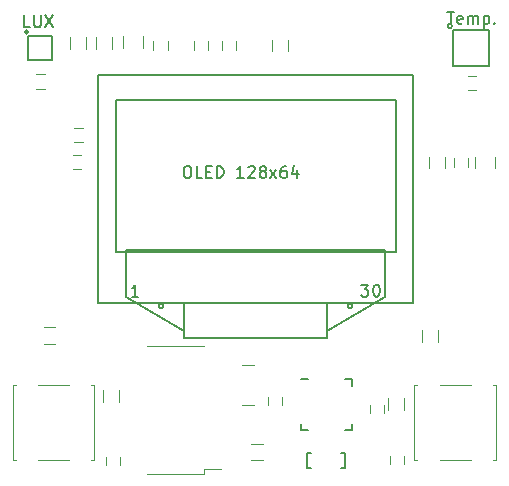
<source format=gto>
G04 #@! TF.FileFunction,Legend,Top*
%FSLAX46Y46*%
G04 Gerber Fmt 4.6, Leading zero omitted, Abs format (unit mm)*
G04 Created by KiCad (PCBNEW 4.0.7) date 12/08/17 11:15:19*
%MOMM*%
%LPD*%
G01*
G04 APERTURE LIST*
%ADD10C,0.100000*%
%ADD11C,0.150000*%
%ADD12C,0.120000*%
G04 APERTURE END LIST*
D10*
D11*
X1509524Y39447619D02*
X1033333Y39447619D01*
X1033333Y40447619D01*
X1842857Y40447619D02*
X1842857Y39638095D01*
X1890476Y39542857D01*
X1938095Y39495238D01*
X2033333Y39447619D01*
X2223810Y39447619D01*
X2319048Y39495238D01*
X2366667Y39542857D01*
X2414286Y39638095D01*
X2414286Y40447619D01*
X2795238Y40447619D02*
X3461905Y39447619D01*
X3461905Y40447619D02*
X2795238Y39447619D01*
X36828572Y40747619D02*
X37400001Y40747619D01*
X37114286Y39747619D02*
X37114286Y40747619D01*
X38114287Y39795238D02*
X38019049Y39747619D01*
X37828572Y39747619D01*
X37733334Y39795238D01*
X37685715Y39890476D01*
X37685715Y40271429D01*
X37733334Y40366667D01*
X37828572Y40414286D01*
X38019049Y40414286D01*
X38114287Y40366667D01*
X38161906Y40271429D01*
X38161906Y40176190D01*
X37685715Y40080952D01*
X38590477Y39747619D02*
X38590477Y40414286D01*
X38590477Y40319048D02*
X38638096Y40366667D01*
X38733334Y40414286D01*
X38876192Y40414286D01*
X38971430Y40366667D01*
X39019049Y40271429D01*
X39019049Y39747619D01*
X39019049Y40271429D02*
X39066668Y40366667D01*
X39161906Y40414286D01*
X39304763Y40414286D01*
X39400001Y40366667D01*
X39447620Y40271429D01*
X39447620Y39747619D01*
X39923810Y40414286D02*
X39923810Y39414286D01*
X39923810Y40366667D02*
X40019048Y40414286D01*
X40209525Y40414286D01*
X40304763Y40366667D01*
X40352382Y40319048D01*
X40400001Y40223810D01*
X40400001Y39938095D01*
X40352382Y39842857D01*
X40304763Y39795238D01*
X40209525Y39747619D01*
X40019048Y39747619D01*
X39923810Y39795238D01*
X40828572Y39842857D02*
X40876191Y39795238D01*
X40828572Y39747619D01*
X40780953Y39795238D01*
X40828572Y39842857D01*
X40828572Y39747619D01*
D12*
X4920000Y37650000D02*
X4920000Y38650000D01*
X6280000Y38650000D02*
X6280000Y37650000D01*
X5250000Y30950000D02*
X5950000Y30950000D01*
X5950000Y29750000D02*
X5250000Y29750000D01*
X16600000Y38250000D02*
X16600000Y37550000D01*
X15400000Y37550000D02*
X15400000Y38250000D01*
X18950000Y38250000D02*
X18950000Y37550000D01*
X17750000Y37550000D02*
X17750000Y38250000D01*
X38600000Y28350000D02*
X38600000Y27650000D01*
X37400000Y27650000D02*
X37400000Y28350000D01*
X5150000Y28650000D02*
X5850000Y28650000D01*
X5850000Y27450000D02*
X5150000Y27450000D01*
X34720000Y12800000D02*
X34720000Y13800000D01*
X36080000Y13800000D02*
X36080000Y12800000D01*
X31820000Y7050000D02*
X31820000Y8050000D01*
X33180000Y8050000D02*
X33180000Y7050000D01*
X7670000Y7700000D02*
X7670000Y8700000D01*
X9030000Y8700000D02*
X9030000Y7700000D01*
X20200000Y4130000D02*
X21200000Y4130000D01*
X21200000Y2770000D02*
X20200000Y2770000D01*
X7070000Y37650000D02*
X7070000Y38650000D01*
X8430000Y38650000D02*
X8430000Y37650000D01*
X36680000Y28500000D02*
X36680000Y27500000D01*
X35320000Y27500000D02*
X35320000Y28500000D01*
X21970000Y37400000D02*
X21970000Y38400000D01*
X23330000Y38400000D02*
X23330000Y37400000D01*
X300000Y2850000D02*
X50000Y2850000D01*
X50000Y2850000D02*
X50000Y9150000D01*
X50000Y9150000D02*
X300000Y9150000D01*
X4800000Y2850000D02*
X2200000Y2850000D01*
X6700000Y9150000D02*
X6950000Y9150000D01*
X6950000Y9150000D02*
X6950000Y2850000D01*
X6950000Y2850000D02*
X6700000Y2850000D01*
X2200000Y9150000D02*
X4800000Y9150000D01*
X40700000Y9150000D02*
X40950000Y9150000D01*
X40950000Y9150000D02*
X40950000Y2850000D01*
X40950000Y2850000D02*
X40700000Y2850000D01*
X36200000Y9150000D02*
X38800000Y9150000D01*
X34300000Y2850000D02*
X34050000Y2850000D01*
X34050000Y2850000D02*
X34050000Y9150000D01*
X34050000Y9150000D02*
X34300000Y9150000D01*
X38800000Y2850000D02*
X36200000Y2850000D01*
X21650200Y7448000D02*
X21650200Y8148000D01*
X22850200Y8148000D02*
X22850200Y7448000D01*
X31450000Y7450000D02*
X31450000Y6750000D01*
X30250000Y6750000D02*
X30250000Y7450000D01*
X9100000Y3050000D02*
X9100000Y2350000D01*
X7900000Y2350000D02*
X7900000Y3050000D01*
X33150000Y3150000D02*
X33150000Y2450000D01*
X31950000Y2450000D02*
X31950000Y3150000D01*
X38550000Y35300000D02*
X39250000Y35300000D01*
X39250000Y34100000D02*
X38550000Y34100000D01*
X2750000Y34250000D02*
X2050000Y34250000D01*
X2050000Y35450000D02*
X2750000Y35450000D01*
X2650000Y14030000D02*
X3650000Y14030000D01*
X3650000Y12670000D02*
X2650000Y12670000D01*
X19450000Y10830000D02*
X20450000Y10830000D01*
X19450000Y7470000D02*
X20450000Y7470000D01*
X9350000Y38700000D02*
X9350000Y37700000D01*
X11050000Y37700000D02*
X11050000Y38700000D01*
X11950000Y37550000D02*
X11950000Y38250000D01*
X13150000Y38250000D02*
X13150000Y37550000D01*
X40850000Y27500000D02*
X40850000Y28500000D01*
X39150000Y28500000D02*
X39150000Y27500000D01*
D11*
X28750000Y9650000D02*
X28750000Y9100000D01*
X24450000Y5350000D02*
X24450000Y5900000D01*
X28750000Y5350000D02*
X28750000Y5900000D01*
X24450000Y9650000D02*
X25000000Y9650000D01*
X24450000Y5350000D02*
X25000000Y5350000D01*
X28750000Y5350000D02*
X28200000Y5350000D01*
X28750000Y9650000D02*
X28200000Y9650000D01*
X1358114Y39050000D02*
G75*
G03X1358114Y39050000I-158114J0D01*
G01*
X1300000Y36650000D02*
X1300000Y38750000D01*
X3400000Y36650000D02*
X1300000Y36650000D01*
X3400000Y38750000D02*
X3400000Y36650000D01*
X1300000Y38750000D02*
X3400000Y38750000D01*
X37230278Y39550000D02*
G75*
G03X37230278Y39550000I-180278J0D01*
G01*
X37300000Y36150000D02*
X37300000Y39250000D01*
X40400000Y36150000D02*
X37300000Y36150000D01*
X40400000Y39250000D02*
X40400000Y36150000D01*
X37300000Y39250000D02*
X40400000Y39250000D01*
D12*
X16250000Y1650000D02*
X16250000Y2050000D01*
X16250000Y2050000D02*
X17650000Y2050000D01*
X16250000Y1650000D02*
X11450000Y1650000D01*
X16250000Y12450000D02*
X11450000Y12450000D01*
D11*
X26650000Y13100000D02*
X14550000Y13100000D01*
X26650000Y13100000D02*
X26650000Y16100000D01*
X14550000Y13100000D02*
X14550000Y16100000D01*
X28800000Y15856732D02*
G75*
G03X28800000Y15856732I-200000J0D01*
G01*
X26650000Y13706732D02*
X31600000Y16606732D01*
X14550000Y13706732D02*
X9600000Y16606732D01*
X31600000Y20606732D02*
X9600000Y20606732D01*
X31600000Y20606732D02*
X31600000Y16606732D01*
X9600000Y20606732D02*
X9600000Y16606732D01*
X8750000Y20400000D02*
X8750000Y33300000D01*
X32450000Y20400000D02*
X8750000Y20400000D01*
X32450000Y33300000D02*
X32450000Y20400000D01*
X8750000Y33300000D02*
X32450000Y33300000D01*
X7250000Y35400000D02*
X7250000Y16100000D01*
X33950000Y35400000D02*
X7250000Y35400000D01*
X33950000Y16100000D02*
X33950000Y35400000D01*
X7350000Y16100000D02*
X33950000Y16100000D01*
X12800000Y15856732D02*
G75*
G03X12800000Y15856732I-200000J0D01*
G01*
X28168200Y3393400D02*
X27818200Y3393400D01*
X24968200Y3393400D02*
X25318200Y3393400D01*
X28168200Y2093400D02*
X27818200Y2093400D01*
X24968200Y2093400D02*
X25318200Y2093400D01*
X28168200Y2093400D02*
X28168200Y3393400D01*
X24968200Y3393400D02*
X24968200Y2093400D01*
X29540476Y17647619D02*
X30159524Y17647619D01*
X29826190Y17266667D01*
X29969048Y17266667D01*
X30064286Y17219048D01*
X30111905Y17171429D01*
X30159524Y17076190D01*
X30159524Y16838095D01*
X30111905Y16742857D01*
X30064286Y16695238D01*
X29969048Y16647619D01*
X29683333Y16647619D01*
X29588095Y16695238D01*
X29540476Y16742857D01*
X30778571Y17647619D02*
X30873810Y17647619D01*
X30969048Y17600000D01*
X31016667Y17552381D01*
X31064286Y17457143D01*
X31111905Y17266667D01*
X31111905Y17028571D01*
X31064286Y16838095D01*
X31016667Y16742857D01*
X30969048Y16695238D01*
X30873810Y16647619D01*
X30778571Y16647619D01*
X30683333Y16695238D01*
X30635714Y16742857D01*
X30588095Y16838095D01*
X30540476Y17028571D01*
X30540476Y17266667D01*
X30588095Y17457143D01*
X30635714Y17552381D01*
X30683333Y17600000D01*
X30778571Y17647619D01*
X10685715Y16647619D02*
X10114286Y16647619D01*
X10400000Y16647619D02*
X10400000Y17647619D01*
X10304762Y17504762D01*
X10209524Y17409524D01*
X10114286Y17361905D01*
X14746752Y27696619D02*
X14937229Y27696619D01*
X15032467Y27649000D01*
X15127705Y27553762D01*
X15175324Y27363286D01*
X15175324Y27029952D01*
X15127705Y26839476D01*
X15032467Y26744238D01*
X14937229Y26696619D01*
X14746752Y26696619D01*
X14651514Y26744238D01*
X14556276Y26839476D01*
X14508657Y27029952D01*
X14508657Y27363286D01*
X14556276Y27553762D01*
X14651514Y27649000D01*
X14746752Y27696619D01*
X16080086Y26696619D02*
X15603895Y26696619D01*
X15603895Y27696619D01*
X16413419Y27220429D02*
X16746753Y27220429D01*
X16889610Y26696619D02*
X16413419Y26696619D01*
X16413419Y27696619D01*
X16889610Y27696619D01*
X17318181Y26696619D02*
X17318181Y27696619D01*
X17556276Y27696619D01*
X17699134Y27649000D01*
X17794372Y27553762D01*
X17841991Y27458524D01*
X17889610Y27268048D01*
X17889610Y27125190D01*
X17841991Y26934714D01*
X17794372Y26839476D01*
X17699134Y26744238D01*
X17556276Y26696619D01*
X17318181Y26696619D01*
X19603896Y26696619D02*
X19032467Y26696619D01*
X19318181Y26696619D02*
X19318181Y27696619D01*
X19222943Y27553762D01*
X19127705Y27458524D01*
X19032467Y27410905D01*
X19984848Y27601381D02*
X20032467Y27649000D01*
X20127705Y27696619D01*
X20365801Y27696619D01*
X20461039Y27649000D01*
X20508658Y27601381D01*
X20556277Y27506143D01*
X20556277Y27410905D01*
X20508658Y27268048D01*
X19937229Y26696619D01*
X20556277Y26696619D01*
X21127705Y27268048D02*
X21032467Y27315667D01*
X20984848Y27363286D01*
X20937229Y27458524D01*
X20937229Y27506143D01*
X20984848Y27601381D01*
X21032467Y27649000D01*
X21127705Y27696619D01*
X21318182Y27696619D01*
X21413420Y27649000D01*
X21461039Y27601381D01*
X21508658Y27506143D01*
X21508658Y27458524D01*
X21461039Y27363286D01*
X21413420Y27315667D01*
X21318182Y27268048D01*
X21127705Y27268048D01*
X21032467Y27220429D01*
X20984848Y27172810D01*
X20937229Y27077571D01*
X20937229Y26887095D01*
X20984848Y26791857D01*
X21032467Y26744238D01*
X21127705Y26696619D01*
X21318182Y26696619D01*
X21413420Y26744238D01*
X21461039Y26791857D01*
X21508658Y26887095D01*
X21508658Y27077571D01*
X21461039Y27172810D01*
X21413420Y27220429D01*
X21318182Y27268048D01*
X21841991Y26696619D02*
X22365801Y27363286D01*
X21841991Y27363286D02*
X22365801Y26696619D01*
X23175325Y27696619D02*
X22984848Y27696619D01*
X22889610Y27649000D01*
X22841991Y27601381D01*
X22746753Y27458524D01*
X22699134Y27268048D01*
X22699134Y26887095D01*
X22746753Y26791857D01*
X22794372Y26744238D01*
X22889610Y26696619D01*
X23080087Y26696619D01*
X23175325Y26744238D01*
X23222944Y26791857D01*
X23270563Y26887095D01*
X23270563Y27125190D01*
X23222944Y27220429D01*
X23175325Y27268048D01*
X23080087Y27315667D01*
X22889610Y27315667D01*
X22794372Y27268048D01*
X22746753Y27220429D01*
X22699134Y27125190D01*
X24127706Y27363286D02*
X24127706Y26696619D01*
X23889610Y27744238D02*
X23651515Y27029952D01*
X24270563Y27029952D01*
M02*

</source>
